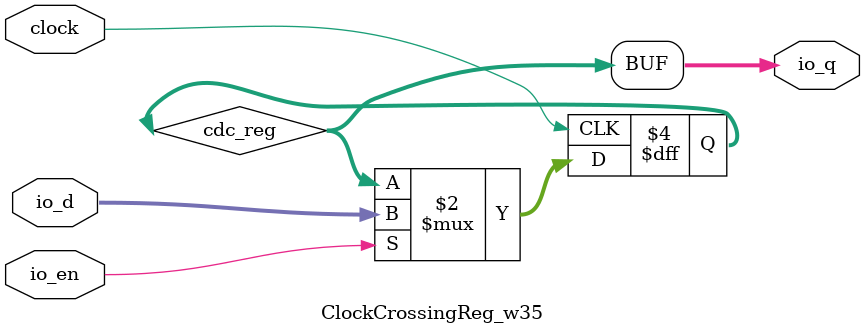
<source format=sv>
`ifndef RANDOMIZE
  `ifdef RANDOMIZE_REG_INIT
    `define RANDOMIZE
  `endif // RANDOMIZE_REG_INIT
`endif // not def RANDOMIZE
`ifndef RANDOMIZE
  `ifdef RANDOMIZE_MEM_INIT
    `define RANDOMIZE
  `endif // RANDOMIZE_MEM_INIT
`endif // not def RANDOMIZE

`ifndef RANDOM
  `define RANDOM $random
`endif // not def RANDOM

// Users can define 'PRINTF_COND' to add an extra gate to prints.
`ifndef PRINTF_COND_
  `ifdef PRINTF_COND
    `define PRINTF_COND_ (`PRINTF_COND)
  `else  // PRINTF_COND
    `define PRINTF_COND_ 1
  `endif // PRINTF_COND
`endif // not def PRINTF_COND_

// Users can define 'ASSERT_VERBOSE_COND' to add an extra gate to assert error printing.
`ifndef ASSERT_VERBOSE_COND_
  `ifdef ASSERT_VERBOSE_COND
    `define ASSERT_VERBOSE_COND_ (`ASSERT_VERBOSE_COND)
  `else  // ASSERT_VERBOSE_COND
    `define ASSERT_VERBOSE_COND_ 1
  `endif // ASSERT_VERBOSE_COND
`endif // not def ASSERT_VERBOSE_COND_

// Users can define 'STOP_COND' to add an extra gate to stop conditions.
`ifndef STOP_COND_
  `ifdef STOP_COND
    `define STOP_COND_ (`STOP_COND)
  `else  // STOP_COND
    `define STOP_COND_ 1
  `endif // STOP_COND
`endif // not def STOP_COND_

// Users can define INIT_RANDOM as general code that gets injected into the
// initializer block for modules with registers.
`ifndef INIT_RANDOM
  `define INIT_RANDOM
`endif // not def INIT_RANDOM

// If using random initialization, you can also define RANDOMIZE_DELAY to
// customize the delay used, otherwise 0.002 is used.
`ifndef RANDOMIZE_DELAY
  `define RANDOMIZE_DELAY 0.002
`endif // not def RANDOMIZE_DELAY

// Define INIT_RANDOM_PROLOG_ for use in our modules below.
`ifndef INIT_RANDOM_PROLOG_
  `ifdef RANDOMIZE
    `ifdef VERILATOR
      `define INIT_RANDOM_PROLOG_ `INIT_RANDOM
    `else  // VERILATOR
      `define INIT_RANDOM_PROLOG_ `INIT_RANDOM #`RANDOMIZE_DELAY begin end
    `endif // VERILATOR
  `else  // RANDOMIZE
    `define INIT_RANDOM_PROLOG_
  `endif // RANDOMIZE
`endif // not def INIT_RANDOM_PROLOG_

module ClockCrossingReg_w35(
  input         clock,
  input  [34:0] io_d,
  input         io_en,
  output [34:0] io_q
);

  reg [34:0] cdc_reg;	// @[Reg.scala:19:16]
  always @(posedge clock) begin
    if (io_en)
      cdc_reg <= io_d;	// @[Reg.scala:19:16]
  end // always @(posedge)
  `ifndef SYNTHESIS
    `ifdef FIRRTL_BEFORE_INITIAL
      `FIRRTL_BEFORE_INITIAL
    `endif // FIRRTL_BEFORE_INITIAL
    logic [31:0] _RANDOM_0;
    logic [31:0] _RANDOM_1;
    initial begin
      `ifdef INIT_RANDOM_PROLOG_
        `INIT_RANDOM_PROLOG_
      `endif // INIT_RANDOM_PROLOG_
      `ifdef RANDOMIZE_REG_INIT
        _RANDOM_0 = `RANDOM;
        _RANDOM_1 = `RANDOM;
        cdc_reg = {_RANDOM_0, _RANDOM_1[2:0]};	// @[Reg.scala:19:16]
      `endif // RANDOMIZE_REG_INIT
    end // initial
    `ifdef FIRRTL_AFTER_INITIAL
      `FIRRTL_AFTER_INITIAL
    `endif // FIRRTL_AFTER_INITIAL
  `endif // not def SYNTHESIS
  assign io_q = cdc_reg;	// @[Reg.scala:19:16]
endmodule


</source>
